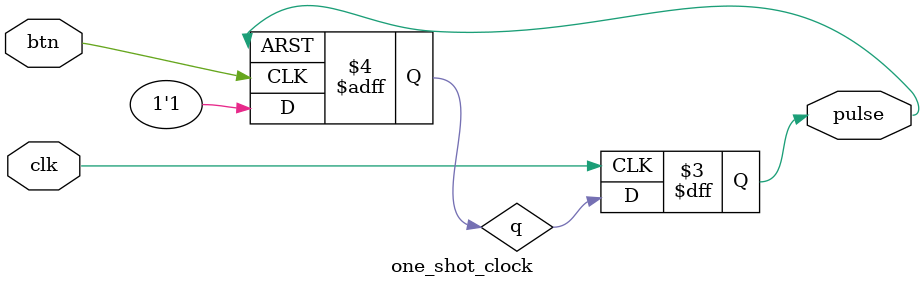
<source format=v>
module one_shot_clock(
    input clk,
    input btn,
    output reg pulse
);

reg q;

always @(posedge btn or posedge pulse) begin
    if (pulse) begin
        q <= 0;
    end else begin
        q <= 1;
    end
end

always @(posedge clk) begin
    pulse <= q;
end

endmodule
</source>
